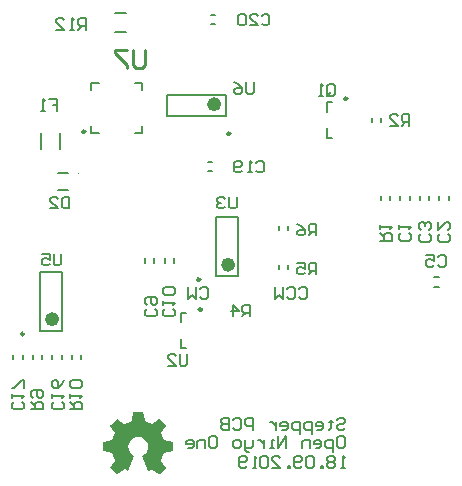
<source format=gbo>
%FSLAX25Y25*%
%MOIN*%
G70*
G01*
G75*
G04 Layer_Color=32896*
%ADD10C,0.00787*%
%ADD11C,0.01378*%
%ADD12C,0.01969*%
%ADD13C,0.02756*%
%ADD14C,0.02953*%
%ADD15C,0.01181*%
%ADD16C,0.01575*%
%ADD17O,0.01378X0.06693*%
%ADD18R,0.11811X0.11811*%
%ADD19C,0.05906*%
G04:AMPARAMS|DCode=20|XSize=59.06mil|YSize=68.9mil|CornerRadius=14.76mil|HoleSize=0mil|Usage=FLASHONLY|Rotation=270.000|XOffset=0mil|YOffset=0mil|HoleType=Round|Shape=RoundedRectangle|*
%AMROUNDEDRECTD20*
21,1,0.05906,0.03937,0,0,270.0*
21,1,0.02953,0.06890,0,0,270.0*
1,1,0.02953,-0.01969,-0.01476*
1,1,0.02953,-0.01969,0.01476*
1,1,0.02953,0.01969,0.01476*
1,1,0.02953,0.01969,-0.01476*
%
%ADD20ROUNDEDRECTD20*%
%ADD21R,0.06890X0.05906*%
%ADD22R,0.03347X0.04134*%
%ADD23R,0.05906X0.07087*%
%ADD24R,0.03937X0.03937*%
%ADD25C,0.03937*%
G04:AMPARAMS|DCode=26|XSize=59.06mil|YSize=47.24mil|CornerRadius=11.81mil|HoleSize=0mil|Usage=FLASHONLY|Rotation=90.000|XOffset=0mil|YOffset=0mil|HoleType=Round|Shape=RoundedRectangle|*
%AMROUNDEDRECTD26*
21,1,0.05906,0.02362,0,0,90.0*
21,1,0.03543,0.04724,0,0,90.0*
1,1,0.02362,0.01181,0.01772*
1,1,0.02362,0.01181,-0.01772*
1,1,0.02362,-0.01181,-0.01772*
1,1,0.02362,-0.01181,0.01772*
%
%ADD26ROUNDEDRECTD26*%
%ADD27R,0.05512X0.07874*%
%ADD28R,0.08661X0.09449*%
%ADD29R,0.06299X0.15748*%
%ADD30R,0.07480X0.08976*%
%ADD31R,0.07087X0.03937*%
%ADD32R,0.03937X0.03937*%
G04:AMPARAMS|DCode=33|XSize=118.11mil|YSize=35.43mil|CornerRadius=8.86mil|HoleSize=0mil|Usage=FLASHONLY|Rotation=90.000|XOffset=0mil|YOffset=0mil|HoleType=Round|Shape=RoundedRectangle|*
%AMROUNDEDRECTD33*
21,1,0.11811,0.01772,0,0,90.0*
21,1,0.10039,0.03543,0,0,90.0*
1,1,0.01772,0.00886,0.05020*
1,1,0.01772,0.00886,-0.05020*
1,1,0.01772,-0.00886,-0.05020*
1,1,0.01772,-0.00886,0.05020*
%
%ADD33ROUNDEDRECTD33*%
%ADD34O,0.05315X0.01575*%
%ADD35R,0.06693X0.09449*%
%ADD36R,0.07087X0.13780*%
%ADD37R,0.02480X0.03268*%
%ADD38R,0.03937X0.07874*%
%ADD39O,0.06693X0.01181*%
%ADD40O,0.01181X0.06693*%
%ADD41C,0.03937*%
%ADD42O,0.04724X0.04134*%
%ADD43O,0.07087X0.04921*%
%ADD44O,0.07874X0.04921*%
%ADD45R,0.06102X0.06102*%
%ADD46C,0.06102*%
%ADD47C,0.05315*%
%ADD48R,0.05315X0.05315*%
%ADD49C,0.02362*%
%ADD50C,0.00591*%
%ADD51R,0.02874X0.01181*%
%ADD52R,0.01181X0.02874*%
%ADD53R,0.09843X0.09843*%
%ADD54R,0.05512X0.02362*%
%ADD55O,0.07008X0.02362*%
%ADD56O,0.02362X0.07008*%
%ADD57R,0.00394X0.00394*%
%ADD58C,0.00984*%
%ADD59C,0.01000*%
%ADD60C,0.00394*%
%ADD61C,0.02362*%
%ADD62O,0.02165X0.07480*%
%ADD63R,0.12598X0.12598*%
%ADD64C,0.06693*%
G04:AMPARAMS|DCode=65|XSize=66.93mil|YSize=76.77mil|CornerRadius=18.7mil|HoleSize=0mil|Usage=FLASHONLY|Rotation=270.000|XOffset=0mil|YOffset=0mil|HoleType=Round|Shape=RoundedRectangle|*
%AMROUNDEDRECTD65*
21,1,0.06693,0.03937,0,0,270.0*
21,1,0.02953,0.07677,0,0,270.0*
1,1,0.03740,-0.01969,-0.01476*
1,1,0.03740,-0.01969,0.01476*
1,1,0.03740,0.01969,0.01476*
1,1,0.03740,0.01969,-0.01476*
%
%ADD65ROUNDEDRECTD65*%
%ADD66R,0.07677X0.06693*%
%ADD67R,0.04134X0.04921*%
%ADD68R,0.06693X0.07874*%
%ADD69R,0.04724X0.04724*%
%ADD70C,0.04724*%
G04:AMPARAMS|DCode=71|XSize=66.93mil|YSize=55.12mil|CornerRadius=15.75mil|HoleSize=0mil|Usage=FLASHONLY|Rotation=90.000|XOffset=0mil|YOffset=0mil|HoleType=Round|Shape=RoundedRectangle|*
%AMROUNDEDRECTD71*
21,1,0.06693,0.02362,0,0,90.0*
21,1,0.03543,0.05512,0,0,90.0*
1,1,0.03150,0.01181,0.01772*
1,1,0.03150,0.01181,-0.01772*
1,1,0.03150,-0.01181,-0.01772*
1,1,0.03150,-0.01181,0.01772*
%
%ADD71ROUNDEDRECTD71*%
%ADD72R,0.06299X0.08661*%
%ADD73R,0.09449X0.10236*%
%ADD74R,0.07087X0.16535*%
%ADD75R,0.08268X0.09764*%
%ADD76R,0.07874X0.04724*%
%ADD77R,0.04724X0.04724*%
G04:AMPARAMS|DCode=78|XSize=125.98mil|YSize=43.31mil|CornerRadius=12.8mil|HoleSize=0mil|Usage=FLASHONLY|Rotation=90.000|XOffset=0mil|YOffset=0mil|HoleType=Round|Shape=RoundedRectangle|*
%AMROUNDEDRECTD78*
21,1,0.12598,0.01772,0,0,90.0*
21,1,0.10039,0.04331,0,0,90.0*
1,1,0.02559,0.00886,0.05020*
1,1,0.02559,0.00886,-0.05020*
1,1,0.02559,-0.00886,-0.05020*
1,1,0.02559,-0.00886,0.05020*
%
%ADD78ROUNDEDRECTD78*%
%ADD79O,0.06102X0.02362*%
%ADD80R,0.07480X0.10236*%
%ADD81R,0.07874X0.14567*%
%ADD82R,0.03268X0.04055*%
%ADD83R,0.04724X0.08661*%
%ADD84O,0.07480X0.01969*%
%ADD85O,0.01969X0.07480*%
%ADD86O,0.05512X0.04921*%
%ADD87O,0.07874X0.05709*%
%ADD88O,0.08661X0.05709*%
%ADD89C,0.00787*%
%ADD90R,0.06890X0.06890*%
%ADD91C,0.06890*%
%ADD92R,0.18701X0.05512*%
%ADD93R,0.03661X0.01969*%
%ADD94R,0.01969X0.03661*%
%ADD95R,0.10630X0.10630*%
%ADD96R,0.06299X0.03150*%
%ADD97O,0.07795X0.03150*%
%ADD98O,0.03150X0.07795*%
%ADD99R,0.01181X0.01181*%
G36*
X54638Y27710D02*
X54674Y27624D01*
X54671Y27624D01*
X55206Y24836D01*
X55241Y24750D01*
X55299Y24726D01*
X57633Y23760D01*
X57690Y23736D01*
X57776Y23771D01*
X57774Y23774D01*
X60123Y25367D01*
X60209Y25403D01*
X60324Y25355D01*
X60315Y25346D01*
X62332Y23346D01*
X62380Y23232D01*
X62344Y23146D01*
X62342Y23148D01*
X60749Y20799D01*
X60713Y20713D01*
X60737Y20655D01*
X61704Y18321D01*
X61728Y18264D01*
X61813Y18228D01*
X61814Y18231D01*
X64601Y17697D01*
X64687Y17661D01*
X64735Y17546D01*
X64723D01*
X64735Y14706D01*
Y14706D01*
X64687Y14591D01*
X64601Y14555D01*
X64601Y14559D01*
X61813Y14024D01*
X61728Y13988D01*
X61704Y13931D01*
X61704D01*
X60737Y11597D01*
X60713Y11539D01*
X60749Y11453D01*
X60751Y11455D01*
X62344Y9106D01*
X62380Y9020D01*
X62332Y8906D01*
X62324Y8914D01*
X60324Y6897D01*
X60209Y6850D01*
X60123Y6885D01*
X60125Y6888D01*
X57776Y8481D01*
X57690Y8516D01*
X57633Y8492D01*
X56564Y8050D01*
X56507Y8026D01*
X56392Y8073D01*
X56368Y8132D01*
X54400Y12951D01*
X54376Y13008D01*
X54424Y13123D01*
X54476Y13144D01*
X54477Y13142D01*
X54759Y13259D01*
X55445Y13785D01*
X55971Y14471D01*
X56301Y15269D01*
X56414Y16126D01*
X56301Y16983D01*
X55971Y17781D01*
X55445Y18467D01*
X54759Y18993D01*
X53960Y19324D01*
X53103Y19437D01*
X52246Y19324D01*
X51448Y18993D01*
X50762Y18467D01*
X50236Y17781D01*
X49905Y16983D01*
X49793Y16126D01*
X49905Y15269D01*
X50236Y14471D01*
X50762Y13785D01*
X51448Y13259D01*
X51730Y13142D01*
X51731Y13144D01*
X51783Y13123D01*
X51831Y13008D01*
X51807Y12951D01*
X49839Y8132D01*
X49815Y8073D01*
X49700Y8026D01*
X49643Y8050D01*
X48574Y8492D01*
X48517Y8516D01*
X48431Y8481D01*
X48433Y8478D01*
X46084Y6885D01*
X45998Y6850D01*
X45883Y6897D01*
X45892Y6906D01*
X43874Y8906D01*
X43827Y9020D01*
X43863Y9106D01*
X43865Y9104D01*
X45458Y11453D01*
X45494Y11539D01*
X45470Y11597D01*
X44503Y13931D01*
X44479Y13988D01*
X44393Y14024D01*
X44393Y14021D01*
X41605Y14555D01*
X41520Y14591D01*
X41472Y14706D01*
X41484D01*
X41472Y17546D01*
X41520Y17661D01*
X41605Y17697D01*
X41606Y17694D01*
X44393Y18228D01*
X44479Y18264D01*
X44503Y18321D01*
X44503D01*
X45470Y20655D01*
X45494Y20713D01*
X45458Y20799D01*
X45456Y20797D01*
X43863Y23146D01*
X43827Y23232D01*
X43874Y23346D01*
X43883Y23338D01*
X45883Y25355D01*
X45998Y25403D01*
X46084Y25367D01*
X46082Y25364D01*
X48431Y23771D01*
X48517Y23736D01*
X48574Y23760D01*
X50908Y24726D01*
X50966Y24750D01*
X51001Y24836D01*
X50998Y24837D01*
X51533Y27624D01*
X51568Y27710D01*
X51683Y27757D01*
X51683D01*
Y27745D01*
X54524Y27757D01*
X54524D01*
X54638Y27710D01*
D02*
G37*
D10*
X156575Y98213D02*
Y99787D01*
X153425Y98213D02*
Y99787D01*
X151713Y72575D02*
X153287D01*
X151713Y69425D02*
X153287D01*
X67520Y48854D02*
Y52004D01*
Y48854D02*
X69095D01*
X67520Y57516D02*
Y60665D01*
X69095D01*
X11425Y45213D02*
Y46787D01*
X14575Y45213D02*
Y46787D01*
X103100Y88300D02*
Y89700D01*
X99900Y88300D02*
Y89700D01*
X79134Y72835D02*
X86221D01*
Y92520D01*
X79134Y72835D02*
Y92520D01*
X86221D01*
X99900Y75300D02*
Y76700D01*
X103100Y75300D02*
Y76700D01*
X55315Y77433D02*
Y79008D01*
X58465Y77433D02*
Y79008D01*
X61874Y77433D02*
Y79008D01*
X65024Y77433D02*
Y79008D01*
X62657Y126327D02*
Y133413D01*
Y126327D02*
X82342D01*
X62657Y133413D02*
X82342D01*
Y126327D02*
Y133413D01*
X45509Y154300D02*
X48909D01*
X45509Y160700D02*
X48909D01*
X76213Y111075D02*
X77787D01*
X76213Y107925D02*
X77787D01*
X20457Y54658D02*
X27543D01*
X20457D02*
Y74343D01*
X27543Y54658D02*
Y74343D01*
X20457D02*
X27543D01*
X116020Y119095D02*
X117595D01*
X116020D02*
Y122244D01*
Y130905D02*
X117595D01*
X116020Y127756D02*
Y130905D01*
X134100Y124300D02*
Y125700D01*
X130900Y124300D02*
Y125700D01*
X26327Y107256D02*
X29673D01*
X26327Y101744D02*
X29673D01*
X77213Y160075D02*
X78787D01*
X77213Y156925D02*
X78787D01*
X27575Y45213D02*
Y46787D01*
X24425Y45213D02*
Y46787D01*
X17900Y45300D02*
Y46700D01*
X21100Y45300D02*
Y46700D01*
X34100Y45300D02*
Y46700D01*
X30900Y45300D02*
Y46700D01*
X146925Y98213D02*
Y99787D01*
X150075Y98213D02*
Y99787D01*
X140425Y98213D02*
Y99787D01*
X143575Y98213D02*
Y99787D01*
X133900Y98300D02*
Y99700D01*
X137100Y98300D02*
Y99700D01*
D50*
X37535Y120535D02*
Y122996D01*
Y120535D02*
X39996D01*
X52004D02*
X54465D01*
Y122996D01*
Y135004D02*
Y137465D01*
X52004D02*
X54465D01*
X37535Y135004D02*
Y137465D01*
X39996D01*
X20850Y115244D02*
Y120756D01*
X27150Y115244D02*
Y120756D01*
X69500Y46936D02*
Y43656D01*
X68844Y43000D01*
X67532D01*
X66876Y43656D01*
Y46936D01*
X62940Y43000D02*
X65564D01*
X62940Y45624D01*
Y46280D01*
X63596Y46936D01*
X64908D01*
X65564Y46280D01*
X27500Y80436D02*
Y77156D01*
X26844Y76500D01*
X25532D01*
X24876Y77156D01*
Y80436D01*
X20940D02*
X23564D01*
Y78468D01*
X22252Y79124D01*
X21596D01*
X20940Y78468D01*
Y77156D01*
X21596Y76500D01*
X22908D01*
X23564Y77156D01*
X30500Y28500D02*
X34436D01*
Y30468D01*
X33780Y31124D01*
X32468D01*
X31812Y30468D01*
Y28500D01*
Y29812D02*
X30500Y31124D01*
Y32436D02*
Y33748D01*
Y33092D01*
X34436D01*
X33780Y32436D01*
Y35715D02*
X34436Y36371D01*
Y37683D01*
X33780Y38339D01*
X31156D01*
X30500Y37683D01*
Y36371D01*
X31156Y35715D01*
X33780D01*
X17500Y28500D02*
X21436D01*
Y30468D01*
X20780Y31124D01*
X19468D01*
X18812Y30468D01*
Y28500D01*
Y29812D02*
X17500Y31124D01*
X18156Y32436D02*
X17500Y33092D01*
Y34404D01*
X18156Y35060D01*
X20780D01*
X21436Y34404D01*
Y33092D01*
X20780Y32436D01*
X20124D01*
X19468Y33092D01*
Y35060D01*
X143500Y123000D02*
Y126936D01*
X141532D01*
X140876Y126280D01*
Y124968D01*
X141532Y124312D01*
X143500D01*
X142188D02*
X140876Y123000D01*
X136940D02*
X139564D01*
X136940Y125624D01*
Y126280D01*
X137596Y126936D01*
X138908D01*
X139564Y126280D01*
X133661Y84646D02*
X137597D01*
Y86614D01*
X136941Y87270D01*
X135629D01*
X134973Y86614D01*
Y84646D01*
Y85958D02*
X133661Y87270D01*
Y88581D02*
Y89893D01*
Y89237D01*
X137597D01*
X136941Y88581D01*
X23360Y131888D02*
X25984D01*
Y129921D01*
X24672D01*
X25984D01*
Y127953D01*
X22049D02*
X20737D01*
X21393D01*
Y131888D01*
X22049Y131233D01*
X30187Y99436D02*
Y95500D01*
X28220D01*
X27564Y96156D01*
Y98780D01*
X28220Y99436D01*
X30187D01*
X23628Y95500D02*
X26252D01*
X23628Y98124D01*
Y98780D01*
X24284Y99436D01*
X25596D01*
X26252Y98780D01*
X92376Y110780D02*
X93032Y111436D01*
X94344D01*
X95000Y110780D01*
Y108156D01*
X94344Y107500D01*
X93032D01*
X92376Y108156D01*
X91064Y107500D02*
X89752D01*
X90408D01*
Y111436D01*
X91064Y110780D01*
X87784Y108156D02*
X87129Y107500D01*
X85817D01*
X85161Y108156D01*
Y110780D01*
X85817Y111436D01*
X87129D01*
X87784Y110780D01*
Y110124D01*
X87129Y109468D01*
X85161D01*
X14280Y31124D02*
X14936Y30468D01*
Y29156D01*
X14280Y28500D01*
X11656D01*
X11000Y29156D01*
Y30468D01*
X11656Y31124D01*
X11000Y32436D02*
Y33748D01*
Y33092D01*
X14936D01*
X14280Y32436D01*
X14936Y35715D02*
Y38339D01*
X14280D01*
X11656Y35715D01*
X11000D01*
X27780Y31124D02*
X28436Y30468D01*
Y29156D01*
X27780Y28500D01*
X25156D01*
X24500Y29156D01*
Y30468D01*
X25156Y31124D01*
X24500Y32436D02*
Y33748D01*
Y33092D01*
X28436D01*
X27780Y32436D01*
X28436Y38339D02*
X27780Y37027D01*
X26468Y35715D01*
X25156D01*
X24500Y36371D01*
Y37683D01*
X25156Y38339D01*
X25812D01*
X26468Y37683D01*
Y35715D01*
X64780Y62124D02*
X65436Y61468D01*
Y60156D01*
X64780Y59500D01*
X62156D01*
X61500Y60156D01*
Y61468D01*
X62156Y62124D01*
X61500Y63436D02*
Y64748D01*
Y64092D01*
X65436D01*
X64780Y63436D01*
Y66716D02*
X65436Y67371D01*
Y68683D01*
X64780Y69339D01*
X62156D01*
X61500Y68683D01*
Y67371D01*
X62156Y66716D01*
X64780D01*
X156429Y87073D02*
X157085Y86417D01*
Y85105D01*
X156429Y84449D01*
X153806D01*
X153150Y85105D01*
Y86417D01*
X153806Y87073D01*
X153150Y91008D02*
Y88385D01*
X155773Y91008D01*
X156429D01*
X157085Y90352D01*
Y89040D01*
X156429Y88385D01*
X143437Y87270D02*
X144093Y86614D01*
Y85302D01*
X143437Y84646D01*
X140813D01*
X140157Y85302D01*
Y86614D01*
X140813Y87270D01*
X140157Y88581D02*
Y89893D01*
Y89237D01*
X144093D01*
X143437Y88581D01*
X153002Y79197D02*
X153658Y79853D01*
X154970D01*
X155625Y79197D01*
Y76573D01*
X154970Y75917D01*
X153658D01*
X153002Y76573D01*
X149066Y79853D02*
X151690D01*
Y77885D01*
X150378Y78541D01*
X149722D01*
X149066Y77885D01*
Y76573D01*
X149722Y75917D01*
X151034D01*
X151690Y76573D01*
X94227Y159776D02*
X94883Y160432D01*
X96194D01*
X96850Y159776D01*
Y157152D01*
X96194Y156496D01*
X94883D01*
X94227Y157152D01*
X90291Y156496D02*
X92915D01*
X90291Y159120D01*
Y159776D01*
X90947Y160432D01*
X92259D01*
X92915Y159776D01*
X88979D02*
X88323Y160432D01*
X87011D01*
X86355Y159776D01*
Y157152D01*
X87011Y156496D01*
X88323D01*
X88979Y157152D01*
Y159776D01*
X58780Y62124D02*
X59436Y61468D01*
Y60156D01*
X58780Y59500D01*
X56156D01*
X55500Y60156D01*
Y61468D01*
X56156Y62124D01*
Y63436D02*
X55500Y64092D01*
Y65404D01*
X56156Y66060D01*
X58780D01*
X59436Y65404D01*
Y64092D01*
X58780Y63436D01*
X58124D01*
X57468Y64092D01*
Y66060D01*
X91732Y137597D02*
Y134317D01*
X91076Y133661D01*
X89764D01*
X89109Y134317D01*
Y137597D01*
X85173D02*
X86485Y136941D01*
X87796Y135629D01*
Y134317D01*
X87141Y133661D01*
X85829D01*
X85173Y134317D01*
Y134973D01*
X85829Y135629D01*
X87796D01*
X86000Y99436D02*
Y96156D01*
X85344Y95500D01*
X84032D01*
X83376Y96156D01*
Y99436D01*
X82064Y98780D02*
X81408Y99436D01*
X80096D01*
X79440Y98780D01*
Y98124D01*
X80096Y97468D01*
X80752D01*
X80096D01*
X79440Y96812D01*
Y96156D01*
X80096Y95500D01*
X81408D01*
X82064Y96156D01*
X35630Y155118D02*
Y159054D01*
X33662D01*
X33006Y158398D01*
Y157086D01*
X33662Y156430D01*
X35630D01*
X34318D02*
X33006Y155118D01*
X31694D02*
X30382D01*
X31038D01*
Y159054D01*
X31694Y158398D01*
X25791Y155118D02*
X28414D01*
X25791Y157742D01*
Y158398D01*
X26447Y159054D01*
X27758D01*
X28414Y158398D01*
X112500Y86500D02*
Y90436D01*
X110532D01*
X109876Y89780D01*
Y88468D01*
X110532Y87812D01*
X112500D01*
X111188D02*
X109876Y86500D01*
X105940Y90436D02*
X107252Y89780D01*
X108564Y88468D01*
Y87156D01*
X107908Y86500D01*
X106596D01*
X105940Y87156D01*
Y87812D01*
X106596Y88468D01*
X108564D01*
X112500Y73500D02*
Y77436D01*
X110532D01*
X109876Y76780D01*
Y75468D01*
X110532Y74812D01*
X112500D01*
X111188D02*
X109876Y73500D01*
X105940Y77436D02*
X108564D01*
Y75468D01*
X107252Y76124D01*
X106596D01*
X105940Y75468D01*
Y74156D01*
X106596Y73500D01*
X107908D01*
X108564Y74156D01*
X90488Y59500D02*
Y63436D01*
X88520D01*
X87864Y62780D01*
Y61468D01*
X88520Y60812D01*
X90488D01*
X89176D02*
X87864Y59500D01*
X84585D02*
Y63436D01*
X86552Y61468D01*
X83929D01*
X116152Y133656D02*
Y136280D01*
X116808Y136936D01*
X118120D01*
X118776Y136280D01*
Y133656D01*
X118120Y133000D01*
X116808D01*
X117464Y134312D02*
X116152Y133000D01*
X116808D02*
X116152Y133656D01*
X114840Y133000D02*
X113528D01*
X114184D01*
Y136936D01*
X114840Y136280D01*
X149933Y87073D02*
X150589Y86417D01*
Y85105D01*
X149933Y84449D01*
X147310D01*
X146653Y85105D01*
Y86417D01*
X147310Y87073D01*
X149933Y88385D02*
X150589Y89040D01*
Y90352D01*
X149933Y91008D01*
X149277D01*
X148621Y90352D01*
Y89697D01*
Y90352D01*
X147966Y91008D01*
X147310D01*
X146653Y90352D01*
Y89040D01*
X147310Y88385D01*
X122047Y9055D02*
X120735D01*
X121391D01*
Y12991D01*
X122047Y12335D01*
X118767D02*
X118112Y12991D01*
X116800D01*
X116144Y12335D01*
Y11679D01*
X116800Y11023D01*
X116144Y10367D01*
Y9711D01*
X116800Y9055D01*
X118112D01*
X118767Y9711D01*
Y10367D01*
X118112Y11023D01*
X118767Y11679D01*
Y12335D01*
X118112Y11023D02*
X116800D01*
X114832Y9055D02*
Y9711D01*
X114176D01*
Y9055D01*
X114832D01*
X111552Y12335D02*
X110896Y12991D01*
X109584D01*
X108928Y12335D01*
Y9711D01*
X109584Y9055D01*
X110896D01*
X111552Y9711D01*
Y12335D01*
X107616Y9711D02*
X106960Y9055D01*
X105648D01*
X104992Y9711D01*
Y12335D01*
X105648Y12991D01*
X106960D01*
X107616Y12335D01*
Y11679D01*
X106960Y11023D01*
X104992D01*
X103681Y9055D02*
Y9711D01*
X103024D01*
Y9055D01*
X103681D01*
X97777D02*
X100401D01*
X97777Y11679D01*
Y12335D01*
X98433Y12991D01*
X99745D01*
X100401Y12335D01*
X96465D02*
X95809Y12991D01*
X94497D01*
X93841Y12335D01*
Y9711D01*
X94497Y9055D01*
X95809D01*
X96465Y9711D01*
Y12335D01*
X92529Y9055D02*
X91217D01*
X91873D01*
Y12991D01*
X92529Y12335D01*
X89249Y9711D02*
X88594Y9055D01*
X87282D01*
X86626Y9711D01*
Y12335D01*
X87282Y12991D01*
X88594D01*
X89249Y12335D01*
Y11679D01*
X88594Y11023D01*
X86626D01*
X120079Y19684D02*
X121391D01*
X122047Y19028D01*
Y16404D01*
X121391Y15748D01*
X120079D01*
X119423Y16404D01*
Y19028D01*
X120079Y19684D01*
X118112Y14436D02*
Y18372D01*
X116144D01*
X115488Y17716D01*
Y16404D01*
X116144Y15748D01*
X118112D01*
X112208D02*
X113520D01*
X114176Y16404D01*
Y17716D01*
X113520Y18372D01*
X112208D01*
X111552Y17716D01*
Y17060D01*
X114176D01*
X110240Y15748D02*
Y18372D01*
X108272D01*
X107616Y17716D01*
Y15748D01*
X102368D02*
Y19684D01*
X99745Y15748D01*
Y19684D01*
X98433Y15748D02*
X97121D01*
X97777D01*
Y18372D01*
X98433D01*
X95153D02*
Y15748D01*
Y17060D01*
X94497Y17716D01*
X93841Y18372D01*
X93185D01*
X91217D02*
Y16404D01*
X90561Y15748D01*
X88594D01*
Y15092D01*
X89249Y14436D01*
X89905D01*
X88594Y15748D02*
Y18372D01*
X86626Y15748D02*
X85314D01*
X84658Y16404D01*
Y17716D01*
X85314Y18372D01*
X86626D01*
X87282Y17716D01*
Y16404D01*
X86626Y15748D01*
X77442Y19684D02*
X78754D01*
X79410Y19028D01*
Y16404D01*
X78754Y15748D01*
X77442D01*
X76786Y16404D01*
Y19028D01*
X77442Y19684D01*
X75474Y15748D02*
Y18372D01*
X73506D01*
X72851Y17716D01*
Y15748D01*
X69571D02*
X70883D01*
X71539Y16404D01*
Y17716D01*
X70883Y18372D01*
X69571D01*
X68915Y17716D01*
Y17060D01*
X71539D01*
X106628Y68634D02*
X107284Y69290D01*
X108596D01*
X109252Y68634D01*
Y66010D01*
X108596Y65354D01*
X107284D01*
X106628Y66010D01*
X102692Y68634D02*
X103348Y69290D01*
X104660D01*
X105316Y68634D01*
Y66010D01*
X104660Y65354D01*
X103348D01*
X102692Y66010D01*
X101381Y69290D02*
Y65354D01*
X100069Y66666D01*
X98757Y65354D01*
Y69290D01*
X73754Y68634D02*
X74410Y69290D01*
X75722D01*
X76378Y68634D01*
Y66010D01*
X75722Y65354D01*
X74410D01*
X73754Y66010D01*
X72442Y69290D02*
Y65354D01*
X71130Y66666D01*
X69818Y65354D01*
Y69290D01*
X119423Y24933D02*
X120079Y25589D01*
X121391D01*
X122047Y24933D01*
Y24277D01*
X121391Y23621D01*
X120079D01*
X119423Y22965D01*
Y22309D01*
X120079Y21654D01*
X121391D01*
X122047Y22309D01*
X117455Y24933D02*
Y24277D01*
X118112D01*
X116800D01*
X117455D01*
Y22309D01*
X116800Y21654D01*
X112864D02*
X114176D01*
X114832Y22309D01*
Y23621D01*
X114176Y24277D01*
X112864D01*
X112208Y23621D01*
Y22965D01*
X114832D01*
X110896Y20342D02*
Y24277D01*
X108928D01*
X108272Y23621D01*
Y22309D01*
X108928Y21654D01*
X110896D01*
X106960Y20342D02*
Y24277D01*
X104992D01*
X104336Y23621D01*
Y22309D01*
X104992Y21654D01*
X106960D01*
X101057D02*
X102368D01*
X103024Y22309D01*
Y23621D01*
X102368Y24277D01*
X101057D01*
X100401Y23621D01*
Y22965D01*
X103024D01*
X99089Y24277D02*
Y21654D01*
Y22965D01*
X98433Y23621D01*
X97777Y24277D01*
X97121D01*
X91217Y21654D02*
Y25589D01*
X89249D01*
X88594Y24933D01*
Y23621D01*
X89249Y22965D01*
X91217D01*
X84658Y24933D02*
X85314Y25589D01*
X86626D01*
X87282Y24933D01*
Y22309D01*
X86626Y21654D01*
X85314D01*
X84658Y22309D01*
X83346Y25589D02*
Y21654D01*
X81378D01*
X80722Y22309D01*
Y22965D01*
X81378Y23621D01*
X83346D01*
X81378D01*
X80722Y24277D01*
Y24933D01*
X81378Y25589D01*
X83346D01*
D58*
X35469Y121126D02*
G03*
X35469Y121126I-492J0D01*
G01*
X74311Y61847D02*
G03*
X74311Y61847I-492J0D01*
G01*
X73721Y71831D02*
G03*
X73721Y71831I-492J0D01*
G01*
X83839Y120421D02*
G03*
X83839Y120421I-492J0D01*
G01*
X15043Y53654D02*
G03*
X15043Y53654I-492J0D01*
G01*
X122811Y132087D02*
G03*
X122811Y132087I-492J0D01*
G01*
D59*
X55249Y148275D02*
Y143277D01*
X54249Y142277D01*
X52250D01*
X51250Y143277D01*
Y148275D01*
X49251D02*
X45252D01*
Y147275D01*
X49251Y143277D01*
Y142277D01*
D60*
X33433Y107315D02*
G03*
X33433Y107315I-197J0D01*
G01*
D61*
X84252Y76772D02*
G03*
X84252Y76772I-1181J0D01*
G01*
X79587Y130264D02*
G03*
X79587Y130264I-1181J0D01*
G01*
X25575Y58595D02*
G03*
X25575Y58595I-1181J0D01*
G01*
M02*

</source>
